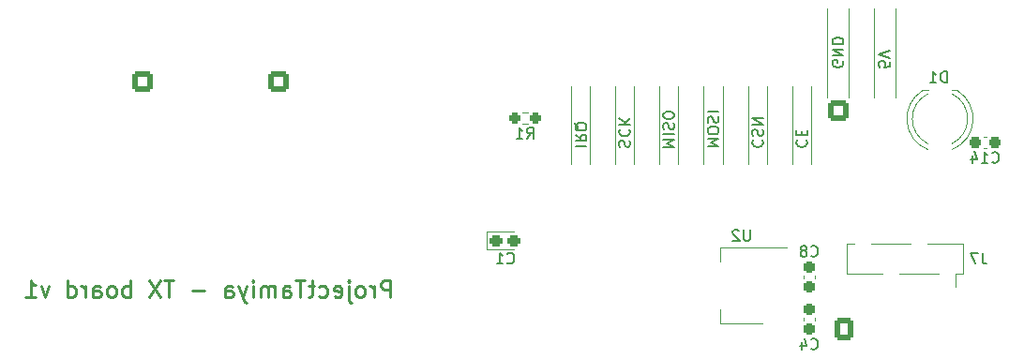
<source format=gbo>
G04 #@! TF.GenerationSoftware,KiCad,Pcbnew,(6.0.2)*
G04 #@! TF.CreationDate,2022-03-28T19:54:07+02:00*
G04 #@! TF.ProjectId,ProjectTamiya_TX,50726f6a-6563-4745-9461-6d6979615f54,rev?*
G04 #@! TF.SameCoordinates,Original*
G04 #@! TF.FileFunction,Legend,Bot*
G04 #@! TF.FilePolarity,Positive*
%FSLAX46Y46*%
G04 Gerber Fmt 4.6, Leading zero omitted, Abs format (unit mm)*
G04 Created by KiCad (PCBNEW (6.0.2)) date 2022-03-28 19:54:07*
%MOMM*%
%LPD*%
G01*
G04 APERTURE LIST*
G04 Aperture macros list*
%AMRoundRect*
0 Rectangle with rounded corners*
0 $1 Rounding radius*
0 $2 $3 $4 $5 $6 $7 $8 $9 X,Y pos of 4 corners*
0 Add a 4 corners polygon primitive as box body*
4,1,4,$2,$3,$4,$5,$6,$7,$8,$9,$2,$3,0*
0 Add four circle primitives for the rounded corners*
1,1,$1+$1,$2,$3*
1,1,$1+$1,$4,$5*
1,1,$1+$1,$6,$7*
1,1,$1+$1,$8,$9*
0 Add four rect primitives between the rounded corners*
20,1,$1+$1,$2,$3,$4,$5,0*
20,1,$1+$1,$4,$5,$6,$7,0*
20,1,$1+$1,$6,$7,$8,$9,0*
20,1,$1+$1,$8,$9,$2,$3,0*%
G04 Aperture macros list end*
%ADD10C,0.250000*%
%ADD11C,0.150000*%
%ADD12C,0.120000*%
%ADD13R,2.000000X1.500000*%
%ADD14R,2.000000X3.800000*%
%ADD15C,5.500000*%
%ADD16R,1.700000X1.700000*%
%ADD17O,1.700000X1.700000*%
%ADD18C,1.400000*%
%ADD19O,1.400000X1.400000*%
%ADD20RoundRect,0.250000X-0.675000X-0.675000X0.675000X-0.675000X0.675000X0.675000X-0.675000X0.675000X0*%
%ADD21C,1.850000*%
%ADD22RoundRect,0.250000X-0.600000X-0.725000X0.600000X-0.725000X0.600000X0.725000X-0.600000X0.725000X0*%
%ADD23O,1.700000X1.950000*%
%ADD24C,1.700000*%
%ADD25C,3.200000*%
%ADD26C,1.600000*%
%ADD27O,1.600000X1.600000*%
%ADD28R,1.600000X1.600000*%
%ADD29RoundRect,0.237500X-0.300000X-0.237500X0.300000X-0.237500X0.300000X0.237500X-0.300000X0.237500X0*%
%ADD30R,1.800000X1.070000*%
%ADD31O,1.800000X1.070000*%
%ADD32RoundRect,0.237500X0.250000X0.237500X-0.250000X0.237500X-0.250000X-0.237500X0.250000X-0.237500X0*%
%ADD33R,1.000000X1.900000*%
%ADD34C,2.000000*%
%ADD35RoundRect,0.237500X0.237500X-0.300000X0.237500X0.300000X-0.237500X0.300000X-0.237500X-0.300000X0*%
%ADD36RoundRect,0.237500X-0.237500X0.300000X-0.237500X-0.300000X0.237500X-0.300000X0.237500X0.300000X0*%
%ADD37RoundRect,0.250000X-0.375000X-0.275000X0.375000X-0.275000X0.375000X0.275000X-0.375000X0.275000X0*%
%ADD38C,2.200000*%
G04 APERTURE END LIST*
D10*
X107487571Y-74719571D02*
X107487571Y-73219571D01*
X106916142Y-73219571D01*
X106773285Y-73291000D01*
X106701857Y-73362428D01*
X106630428Y-73505285D01*
X106630428Y-73719571D01*
X106701857Y-73862428D01*
X106773285Y-73933857D01*
X106916142Y-74005285D01*
X107487571Y-74005285D01*
X105987571Y-74719571D02*
X105987571Y-73719571D01*
X105987571Y-74005285D02*
X105916142Y-73862428D01*
X105844714Y-73791000D01*
X105701857Y-73719571D01*
X105559000Y-73719571D01*
X104844714Y-74719571D02*
X104987571Y-74648142D01*
X105059000Y-74576714D01*
X105130428Y-74433857D01*
X105130428Y-74005285D01*
X105059000Y-73862428D01*
X104987571Y-73791000D01*
X104844714Y-73719571D01*
X104630428Y-73719571D01*
X104487571Y-73791000D01*
X104416142Y-73862428D01*
X104344714Y-74005285D01*
X104344714Y-74433857D01*
X104416142Y-74576714D01*
X104487571Y-74648142D01*
X104630428Y-74719571D01*
X104844714Y-74719571D01*
X103701857Y-73719571D02*
X103701857Y-75005285D01*
X103773285Y-75148142D01*
X103916142Y-75219571D01*
X103987571Y-75219571D01*
X103701857Y-73219571D02*
X103773285Y-73291000D01*
X103701857Y-73362428D01*
X103630428Y-73291000D01*
X103701857Y-73219571D01*
X103701857Y-73362428D01*
X102416142Y-74648142D02*
X102559000Y-74719571D01*
X102844714Y-74719571D01*
X102987571Y-74648142D01*
X103059000Y-74505285D01*
X103059000Y-73933857D01*
X102987571Y-73791000D01*
X102844714Y-73719571D01*
X102559000Y-73719571D01*
X102416142Y-73791000D01*
X102344714Y-73933857D01*
X102344714Y-74076714D01*
X103059000Y-74219571D01*
X101059000Y-74648142D02*
X101201857Y-74719571D01*
X101487571Y-74719571D01*
X101630428Y-74648142D01*
X101701857Y-74576714D01*
X101773285Y-74433857D01*
X101773285Y-74005285D01*
X101701857Y-73862428D01*
X101630428Y-73791000D01*
X101487571Y-73719571D01*
X101201857Y-73719571D01*
X101059000Y-73791000D01*
X100630428Y-73719571D02*
X100059000Y-73719571D01*
X100416142Y-73219571D02*
X100416142Y-74505285D01*
X100344714Y-74648142D01*
X100201857Y-74719571D01*
X100059000Y-74719571D01*
X99773285Y-73219571D02*
X98916142Y-73219571D01*
X99344714Y-74719571D02*
X99344714Y-73219571D01*
X97773285Y-74719571D02*
X97773285Y-73933857D01*
X97844714Y-73791000D01*
X97987571Y-73719571D01*
X98273285Y-73719571D01*
X98416142Y-73791000D01*
X97773285Y-74648142D02*
X97916142Y-74719571D01*
X98273285Y-74719571D01*
X98416142Y-74648142D01*
X98487571Y-74505285D01*
X98487571Y-74362428D01*
X98416142Y-74219571D01*
X98273285Y-74148142D01*
X97916142Y-74148142D01*
X97773285Y-74076714D01*
X97059000Y-74719571D02*
X97059000Y-73719571D01*
X97059000Y-73862428D02*
X96987571Y-73791000D01*
X96844714Y-73719571D01*
X96630428Y-73719571D01*
X96487571Y-73791000D01*
X96416142Y-73933857D01*
X96416142Y-74719571D01*
X96416142Y-73933857D02*
X96344714Y-73791000D01*
X96201857Y-73719571D01*
X95987571Y-73719571D01*
X95844714Y-73791000D01*
X95773285Y-73933857D01*
X95773285Y-74719571D01*
X95059000Y-74719571D02*
X95059000Y-73719571D01*
X95059000Y-73219571D02*
X95130428Y-73291000D01*
X95059000Y-73362428D01*
X94987571Y-73291000D01*
X95059000Y-73219571D01*
X95059000Y-73362428D01*
X94487571Y-73719571D02*
X94130428Y-74719571D01*
X93773285Y-73719571D02*
X94130428Y-74719571D01*
X94273285Y-75076714D01*
X94344714Y-75148142D01*
X94487571Y-75219571D01*
X92559000Y-74719571D02*
X92559000Y-73933857D01*
X92630428Y-73791000D01*
X92773285Y-73719571D01*
X93059000Y-73719571D01*
X93201857Y-73791000D01*
X92559000Y-74648142D02*
X92701857Y-74719571D01*
X93059000Y-74719571D01*
X93201857Y-74648142D01*
X93273285Y-74505285D01*
X93273285Y-74362428D01*
X93201857Y-74219571D01*
X93059000Y-74148142D01*
X92701857Y-74148142D01*
X92559000Y-74076714D01*
X90701857Y-74148142D02*
X89559000Y-74148142D01*
X87916142Y-73219571D02*
X87059000Y-73219571D01*
X87487571Y-74719571D02*
X87487571Y-73219571D01*
X86701857Y-73219571D02*
X85701857Y-74719571D01*
X85701857Y-73219571D02*
X86701857Y-74719571D01*
X83987571Y-74719571D02*
X83987571Y-73219571D01*
X83987571Y-73791000D02*
X83844714Y-73719571D01*
X83559000Y-73719571D01*
X83416142Y-73791000D01*
X83344714Y-73862428D01*
X83273285Y-74005285D01*
X83273285Y-74433857D01*
X83344714Y-74576714D01*
X83416142Y-74648142D01*
X83559000Y-74719571D01*
X83844714Y-74719571D01*
X83987571Y-74648142D01*
X82416142Y-74719571D02*
X82559000Y-74648142D01*
X82630428Y-74576714D01*
X82701857Y-74433857D01*
X82701857Y-74005285D01*
X82630428Y-73862428D01*
X82559000Y-73791000D01*
X82416142Y-73719571D01*
X82201857Y-73719571D01*
X82059000Y-73791000D01*
X81987571Y-73862428D01*
X81916142Y-74005285D01*
X81916142Y-74433857D01*
X81987571Y-74576714D01*
X82059000Y-74648142D01*
X82201857Y-74719571D01*
X82416142Y-74719571D01*
X80630428Y-74719571D02*
X80630428Y-73933857D01*
X80701857Y-73791000D01*
X80844714Y-73719571D01*
X81130428Y-73719571D01*
X81273285Y-73791000D01*
X80630428Y-74648142D02*
X80773285Y-74719571D01*
X81130428Y-74719571D01*
X81273285Y-74648142D01*
X81344714Y-74505285D01*
X81344714Y-74362428D01*
X81273285Y-74219571D01*
X81130428Y-74148142D01*
X80773285Y-74148142D01*
X80630428Y-74076714D01*
X79916142Y-74719571D02*
X79916142Y-73719571D01*
X79916142Y-74005285D02*
X79844714Y-73862428D01*
X79773285Y-73791000D01*
X79630428Y-73719571D01*
X79487571Y-73719571D01*
X78344714Y-74719571D02*
X78344714Y-73219571D01*
X78344714Y-74648142D02*
X78487571Y-74719571D01*
X78773285Y-74719571D01*
X78916142Y-74648142D01*
X78987571Y-74576714D01*
X79059000Y-74433857D01*
X79059000Y-74005285D01*
X78987571Y-73862428D01*
X78916142Y-73791000D01*
X78773285Y-73719571D01*
X78487571Y-73719571D01*
X78344714Y-73791000D01*
X76630428Y-73719571D02*
X76273285Y-74719571D01*
X75916142Y-73719571D01*
X74559000Y-74719571D02*
X75416142Y-74719571D01*
X74987571Y-74719571D02*
X74987571Y-73219571D01*
X75130428Y-73433857D01*
X75273285Y-73576714D01*
X75416142Y-73648142D01*
D11*
X140231857Y-60510176D02*
X140184238Y-60557795D01*
X140136619Y-60700652D01*
X140136619Y-60795890D01*
X140184238Y-60938747D01*
X140279476Y-61033985D01*
X140374714Y-61081604D01*
X140565190Y-61129223D01*
X140708047Y-61129223D01*
X140898523Y-61081604D01*
X140993761Y-61033985D01*
X141089000Y-60938747D01*
X141136619Y-60795890D01*
X141136619Y-60700652D01*
X141089000Y-60557795D01*
X141041380Y-60510176D01*
X140184238Y-60129223D02*
X140136619Y-59986366D01*
X140136619Y-59748271D01*
X140184238Y-59653033D01*
X140231857Y-59605414D01*
X140327095Y-59557795D01*
X140422333Y-59557795D01*
X140517571Y-59605414D01*
X140565190Y-59653033D01*
X140612809Y-59748271D01*
X140660428Y-59938747D01*
X140708047Y-60033985D01*
X140755666Y-60081604D01*
X140850904Y-60129223D01*
X140946142Y-60129223D01*
X141041380Y-60081604D01*
X141089000Y-60033985D01*
X141136619Y-59938747D01*
X141136619Y-59700652D01*
X141089000Y-59557795D01*
X140136619Y-59129223D02*
X141136619Y-59129223D01*
X140136619Y-58557795D01*
X141136619Y-58557795D01*
X124185419Y-61081604D02*
X125185419Y-61081604D01*
X124185419Y-60033985D02*
X124661609Y-60367319D01*
X124185419Y-60605414D02*
X125185419Y-60605414D01*
X125185419Y-60224461D01*
X125137800Y-60129223D01*
X125090180Y-60081604D01*
X124994942Y-60033985D01*
X124852085Y-60033985D01*
X124756847Y-60081604D01*
X124709228Y-60129223D01*
X124661609Y-60224461D01*
X124661609Y-60605414D01*
X124090180Y-58938747D02*
X124137800Y-59033985D01*
X124233038Y-59129223D01*
X124375895Y-59272080D01*
X124423514Y-59367319D01*
X124423514Y-59462557D01*
X124185419Y-59414938D02*
X124233038Y-59510176D01*
X124328276Y-59605414D01*
X124518752Y-59653033D01*
X124852085Y-59653033D01*
X125042561Y-59605414D01*
X125137800Y-59510176D01*
X125185419Y-59414938D01*
X125185419Y-59224461D01*
X125137800Y-59129223D01*
X125042561Y-59033985D01*
X124852085Y-58986366D01*
X124518752Y-58986366D01*
X124328276Y-59033985D01*
X124233038Y-59129223D01*
X124185419Y-59224461D01*
X124185419Y-59414938D01*
X128170038Y-61129223D02*
X128122419Y-60986366D01*
X128122419Y-60748271D01*
X128170038Y-60653033D01*
X128217657Y-60605414D01*
X128312895Y-60557795D01*
X128408133Y-60557795D01*
X128503371Y-60605414D01*
X128550990Y-60653033D01*
X128598609Y-60748271D01*
X128646228Y-60938747D01*
X128693847Y-61033985D01*
X128741466Y-61081604D01*
X128836704Y-61129223D01*
X128931942Y-61129223D01*
X129027180Y-61081604D01*
X129074800Y-61033985D01*
X129122419Y-60938747D01*
X129122419Y-60700652D01*
X129074800Y-60557795D01*
X128217657Y-59557795D02*
X128170038Y-59605414D01*
X128122419Y-59748271D01*
X128122419Y-59843509D01*
X128170038Y-59986366D01*
X128265276Y-60081604D01*
X128360514Y-60129223D01*
X128550990Y-60176842D01*
X128693847Y-60176842D01*
X128884323Y-60129223D01*
X128979561Y-60081604D01*
X129074800Y-59986366D01*
X129122419Y-59843509D01*
X129122419Y-59748271D01*
X129074800Y-59605414D01*
X129027180Y-59557795D01*
X128122419Y-59129223D02*
X129122419Y-59129223D01*
X128122419Y-58557795D02*
X128693847Y-58986366D01*
X129122419Y-58557795D02*
X128550990Y-59129223D01*
X148328000Y-53369595D02*
X148375619Y-53464833D01*
X148375619Y-53607690D01*
X148328000Y-53750547D01*
X148232761Y-53845785D01*
X148137523Y-53893404D01*
X147947047Y-53941023D01*
X147804190Y-53941023D01*
X147613714Y-53893404D01*
X147518476Y-53845785D01*
X147423238Y-53750547D01*
X147375619Y-53607690D01*
X147375619Y-53512452D01*
X147423238Y-53369595D01*
X147470857Y-53321976D01*
X147804190Y-53321976D01*
X147804190Y-53512452D01*
X147375619Y-52893404D02*
X148375619Y-52893404D01*
X147375619Y-52321976D01*
X148375619Y-52321976D01*
X147375619Y-51845785D02*
X148375619Y-51845785D01*
X148375619Y-51607690D01*
X148328000Y-51464833D01*
X148232761Y-51369595D01*
X148137523Y-51321976D01*
X147947047Y-51274357D01*
X147804190Y-51274357D01*
X147613714Y-51321976D01*
X147518476Y-51369595D01*
X147423238Y-51464833D01*
X147375619Y-51607690D01*
X147375619Y-51845785D01*
X152566619Y-53417214D02*
X152566619Y-53893404D01*
X152090428Y-53941023D01*
X152138047Y-53893404D01*
X152185666Y-53798166D01*
X152185666Y-53560071D01*
X152138047Y-53464833D01*
X152090428Y-53417214D01*
X151995190Y-53369595D01*
X151757095Y-53369595D01*
X151661857Y-53417214D01*
X151614238Y-53464833D01*
X151566619Y-53560071D01*
X151566619Y-53798166D01*
X151614238Y-53893404D01*
X151661857Y-53941023D01*
X152566619Y-53083880D02*
X151566619Y-52750547D01*
X152566619Y-52417214D01*
X136123419Y-61081604D02*
X137123419Y-61081604D01*
X136409133Y-60748271D01*
X137123419Y-60414938D01*
X136123419Y-60414938D01*
X137123419Y-59748271D02*
X137123419Y-59557795D01*
X137075800Y-59462557D01*
X136980561Y-59367319D01*
X136790085Y-59319700D01*
X136456752Y-59319700D01*
X136266276Y-59367319D01*
X136171038Y-59462557D01*
X136123419Y-59557795D01*
X136123419Y-59748271D01*
X136171038Y-59843509D01*
X136266276Y-59938747D01*
X136456752Y-59986366D01*
X136790085Y-59986366D01*
X136980561Y-59938747D01*
X137075800Y-59843509D01*
X137123419Y-59748271D01*
X136171038Y-58938747D02*
X136123419Y-58795890D01*
X136123419Y-58557795D01*
X136171038Y-58462557D01*
X136218657Y-58414938D01*
X136313895Y-58367319D01*
X136409133Y-58367319D01*
X136504371Y-58414938D01*
X136551990Y-58462557D01*
X136599609Y-58557795D01*
X136647228Y-58748271D01*
X136694847Y-58843509D01*
X136742466Y-58891128D01*
X136837704Y-58938747D01*
X136932942Y-58938747D01*
X137028180Y-58891128D01*
X137075800Y-58843509D01*
X137123419Y-58748271D01*
X137123419Y-58510176D01*
X137075800Y-58367319D01*
X136123419Y-57938747D02*
X137123419Y-57938747D01*
X144219657Y-60510176D02*
X144172038Y-60557795D01*
X144124419Y-60700652D01*
X144124419Y-60795890D01*
X144172038Y-60938747D01*
X144267276Y-61033985D01*
X144362514Y-61081604D01*
X144552990Y-61129223D01*
X144695847Y-61129223D01*
X144886323Y-61081604D01*
X144981561Y-61033985D01*
X145076800Y-60938747D01*
X145124419Y-60795890D01*
X145124419Y-60700652D01*
X145076800Y-60557795D01*
X145029180Y-60510176D01*
X144648228Y-60081604D02*
X144648228Y-59748271D01*
X144124419Y-59605414D02*
X144124419Y-60081604D01*
X145124419Y-60081604D01*
X145124419Y-59605414D01*
X132110219Y-61132404D02*
X133110219Y-61132404D01*
X132395933Y-60799071D01*
X133110219Y-60465738D01*
X132110219Y-60465738D01*
X132110219Y-59989547D02*
X133110219Y-59989547D01*
X132157838Y-59560976D02*
X132110219Y-59418119D01*
X132110219Y-59180023D01*
X132157838Y-59084785D01*
X132205457Y-59037166D01*
X132300695Y-58989547D01*
X132395933Y-58989547D01*
X132491171Y-59037166D01*
X132538790Y-59084785D01*
X132586409Y-59180023D01*
X132634028Y-59370500D01*
X132681647Y-59465738D01*
X132729266Y-59513357D01*
X132824504Y-59560976D01*
X132919742Y-59560976D01*
X133014980Y-59513357D01*
X133062600Y-59465738D01*
X133110219Y-59370500D01*
X133110219Y-59132404D01*
X133062600Y-58989547D01*
X133110219Y-58370500D02*
X133110219Y-58180023D01*
X133062600Y-58084785D01*
X132967361Y-57989547D01*
X132776885Y-57941928D01*
X132443552Y-57941928D01*
X132253076Y-57989547D01*
X132157838Y-58084785D01*
X132110219Y-58180023D01*
X132110219Y-58370500D01*
X132157838Y-58465738D01*
X132253076Y-58560976D01*
X132443552Y-58608595D01*
X132776885Y-58608595D01*
X132967361Y-58560976D01*
X133062600Y-58465738D01*
X133110219Y-58370500D01*
X139953904Y-68612380D02*
X139953904Y-69421904D01*
X139906285Y-69517142D01*
X139858666Y-69564761D01*
X139763428Y-69612380D01*
X139572952Y-69612380D01*
X139477714Y-69564761D01*
X139430095Y-69517142D01*
X139382476Y-69421904D01*
X139382476Y-68612380D01*
X138953904Y-68707619D02*
X138906285Y-68660000D01*
X138811047Y-68612380D01*
X138572952Y-68612380D01*
X138477714Y-68660000D01*
X138430095Y-68707619D01*
X138382476Y-68802857D01*
X138382476Y-68898095D01*
X138430095Y-69040952D01*
X139001523Y-69612380D01*
X138382476Y-69612380D01*
X161805857Y-62493142D02*
X161853476Y-62540761D01*
X161996333Y-62588380D01*
X162091571Y-62588380D01*
X162234428Y-62540761D01*
X162329666Y-62445523D01*
X162377285Y-62350285D01*
X162424904Y-62159809D01*
X162424904Y-62016952D01*
X162377285Y-61826476D01*
X162329666Y-61731238D01*
X162234428Y-61636000D01*
X162091571Y-61588380D01*
X161996333Y-61588380D01*
X161853476Y-61636000D01*
X161805857Y-61683619D01*
X160853476Y-62588380D02*
X161424904Y-62588380D01*
X161139190Y-62588380D02*
X161139190Y-61588380D01*
X161234428Y-61731238D01*
X161329666Y-61826476D01*
X161424904Y-61874095D01*
X159996333Y-61921714D02*
X159996333Y-62588380D01*
X160234428Y-61540761D02*
X160472523Y-62255047D01*
X159853476Y-62255047D01*
X157710095Y-55316380D02*
X157710095Y-54316380D01*
X157472000Y-54316380D01*
X157329142Y-54364000D01*
X157233904Y-54459238D01*
X157186285Y-54554476D01*
X157138666Y-54744952D01*
X157138666Y-54887809D01*
X157186285Y-55078285D01*
X157233904Y-55173523D01*
X157329142Y-55268761D01*
X157472000Y-55316380D01*
X157710095Y-55316380D01*
X156186285Y-55316380D02*
X156757714Y-55316380D01*
X156472000Y-55316380D02*
X156472000Y-54316380D01*
X156567238Y-54459238D01*
X156662476Y-54554476D01*
X156757714Y-54602095D01*
X119800666Y-60396380D02*
X120134000Y-59920190D01*
X120372095Y-60396380D02*
X120372095Y-59396380D01*
X119991142Y-59396380D01*
X119895904Y-59444000D01*
X119848285Y-59491619D01*
X119800666Y-59586857D01*
X119800666Y-59729714D01*
X119848285Y-59824952D01*
X119895904Y-59872571D01*
X119991142Y-59920190D01*
X120372095Y-59920190D01*
X118848285Y-60396380D02*
X119419714Y-60396380D01*
X119134000Y-60396380D02*
X119134000Y-59396380D01*
X119229238Y-59539238D01*
X119324476Y-59634476D01*
X119419714Y-59682095D01*
X160937333Y-70699380D02*
X160937333Y-71413666D01*
X160984952Y-71556523D01*
X161080190Y-71651761D01*
X161223047Y-71699380D01*
X161318285Y-71699380D01*
X160556380Y-70699380D02*
X159889714Y-70699380D01*
X160318285Y-71699380D01*
X145454666Y-70969142D02*
X145502285Y-71016761D01*
X145645142Y-71064380D01*
X145740380Y-71064380D01*
X145883238Y-71016761D01*
X145978476Y-70921523D01*
X146026095Y-70826285D01*
X146073714Y-70635809D01*
X146073714Y-70492952D01*
X146026095Y-70302476D01*
X145978476Y-70207238D01*
X145883238Y-70112000D01*
X145740380Y-70064380D01*
X145645142Y-70064380D01*
X145502285Y-70112000D01*
X145454666Y-70159619D01*
X144883238Y-70492952D02*
X144978476Y-70445333D01*
X145026095Y-70397714D01*
X145073714Y-70302476D01*
X145073714Y-70254857D01*
X145026095Y-70159619D01*
X144978476Y-70112000D01*
X144883238Y-70064380D01*
X144692761Y-70064380D01*
X144597523Y-70112000D01*
X144549904Y-70159619D01*
X144502285Y-70254857D01*
X144502285Y-70302476D01*
X144549904Y-70397714D01*
X144597523Y-70445333D01*
X144692761Y-70492952D01*
X144883238Y-70492952D01*
X144978476Y-70540571D01*
X145026095Y-70588190D01*
X145073714Y-70683428D01*
X145073714Y-70873904D01*
X145026095Y-70969142D01*
X144978476Y-71016761D01*
X144883238Y-71064380D01*
X144692761Y-71064380D01*
X144597523Y-71016761D01*
X144549904Y-70969142D01*
X144502285Y-70873904D01*
X144502285Y-70683428D01*
X144549904Y-70588190D01*
X144597523Y-70540571D01*
X144692761Y-70492952D01*
X145454666Y-79351142D02*
X145502285Y-79398761D01*
X145645142Y-79446380D01*
X145740380Y-79446380D01*
X145883238Y-79398761D01*
X145978476Y-79303523D01*
X146026095Y-79208285D01*
X146073714Y-79017809D01*
X146073714Y-78874952D01*
X146026095Y-78684476D01*
X145978476Y-78589238D01*
X145883238Y-78494000D01*
X145740380Y-78446380D01*
X145645142Y-78446380D01*
X145502285Y-78494000D01*
X145454666Y-78541619D01*
X144597523Y-78779714D02*
X144597523Y-79446380D01*
X144835619Y-78398761D02*
X145073714Y-79113047D01*
X144454666Y-79113047D01*
X118022666Y-71604142D02*
X118070285Y-71651761D01*
X118213142Y-71699380D01*
X118308380Y-71699380D01*
X118451238Y-71651761D01*
X118546476Y-71556523D01*
X118594095Y-71461285D01*
X118641714Y-71270809D01*
X118641714Y-71127952D01*
X118594095Y-70937476D01*
X118546476Y-70842238D01*
X118451238Y-70747000D01*
X118308380Y-70699380D01*
X118213142Y-70699380D01*
X118070285Y-70747000D01*
X118022666Y-70794619D01*
X117070285Y-71699380D02*
X117641714Y-71699380D01*
X117356000Y-71699380D02*
X117356000Y-70699380D01*
X117451238Y-70842238D01*
X117546476Y-70937476D01*
X117641714Y-70985095D01*
D12*
X141042000Y-77070000D02*
X137282000Y-77070000D01*
X137282000Y-70250000D02*
X137282000Y-71510000D01*
X137282000Y-77070000D02*
X137282000Y-75810000D01*
X143292000Y-70250000D02*
X137282000Y-70250000D01*
X161016733Y-60196000D02*
X161309267Y-60196000D01*
X161016733Y-61216000D02*
X161309267Y-61216000D01*
X158180000Y-56035000D02*
X158645000Y-56035000D01*
X155555000Y-56035000D02*
X156020000Y-56035000D01*
X156020000Y-56340316D02*
G75*
G03*
X156019571Y-60849479I1080000J-2254684D01*
G01*
X158180429Y-60849479D02*
G75*
G03*
X158180000Y-56340316I-1080429J2254479D01*
G01*
X158180827Y-61382815D02*
G75*
G03*
X158644830Y-56035000I-1080828J2787815D01*
G01*
X155555170Y-56035000D02*
G75*
G03*
X156019173Y-61382815I1544829J-2560000D01*
G01*
X119888724Y-58024500D02*
X119379276Y-58024500D01*
X119888724Y-59069500D02*
X119379276Y-59069500D01*
X159164000Y-72577000D02*
X158494000Y-72577000D01*
X149354000Y-69917000D02*
X148684000Y-69917000D01*
X151894000Y-72577000D02*
X148684000Y-72577000D01*
X159164000Y-72577000D02*
X159164000Y-69917000D01*
X158494000Y-73787000D02*
X158494000Y-72577000D01*
X159164000Y-69917000D02*
X155954000Y-69917000D01*
X156974000Y-72577000D02*
X153414000Y-72577000D01*
X148684000Y-72577000D02*
X148684000Y-69917000D01*
X154434000Y-69917000D02*
X150874000Y-69917000D01*
X137480000Y-62647000D02*
X137480000Y-55617000D01*
X127760000Y-62647000D02*
X127760000Y-55617000D01*
X135760000Y-62647000D02*
X135760000Y-55617000D01*
X141480000Y-62647000D02*
X141480000Y-55617000D01*
X133480000Y-62647000D02*
X133480000Y-55617000D01*
X123760000Y-62647000D02*
X123760000Y-55617000D01*
X129480000Y-62647000D02*
X129480000Y-55617000D01*
X131760000Y-62647000D02*
X131760000Y-55617000D01*
X139760000Y-62647000D02*
X139760000Y-55617000D01*
X143760000Y-62647000D02*
X143760000Y-55617000D01*
X125480000Y-62647000D02*
X125480000Y-55617000D01*
X145480000Y-62647000D02*
X145480000Y-55617000D01*
X144778000Y-73044267D02*
X144778000Y-72751733D01*
X145798000Y-73044267D02*
X145798000Y-72751733D01*
X144778000Y-76561733D02*
X144778000Y-76854267D01*
X145798000Y-76561733D02*
X145798000Y-76854267D01*
X116171000Y-68811000D02*
X118656000Y-68811000D01*
X118656000Y-70381000D02*
X116171000Y-70381000D01*
X116171000Y-70381000D02*
X116171000Y-68811000D01*
X153047000Y-56710000D02*
X153047000Y-48655000D01*
X146927000Y-56710000D02*
X146927000Y-48655000D01*
X151127000Y-56710000D02*
X151127000Y-48655000D01*
X148847000Y-56710000D02*
X148847000Y-48655000D01*
%LPC*%
D13*
X142342000Y-71360000D03*
D14*
X136042000Y-73660000D03*
D13*
X142342000Y-73660000D03*
X142342000Y-75960000D03*
D15*
X159250000Y-48250000D03*
D16*
X62427000Y-66304000D03*
D17*
X62427000Y-68844000D03*
X62427000Y-71384000D03*
X62427000Y-73924000D03*
D16*
X123830000Y-80772000D03*
D17*
X126370000Y-80772000D03*
X128910000Y-80772000D03*
X131450000Y-80772000D03*
X133990000Y-80772000D03*
D18*
X158496000Y-65024000D03*
D19*
X155956000Y-65024000D03*
D18*
X158496000Y-67183000D03*
D19*
X155956000Y-67183000D03*
D20*
X97400000Y-55245000D03*
D21*
X101600000Y-55245000D03*
X105800000Y-55245000D03*
D22*
X148416000Y-77576000D03*
D23*
X150916000Y-77576000D03*
X153416000Y-77576000D03*
D24*
X120546500Y-55626000D03*
D17*
X118006500Y-55626000D03*
D25*
X139400000Y-80500000D03*
D20*
X85072000Y-55245000D03*
D21*
X89272000Y-55245000D03*
X93472000Y-55245000D03*
D18*
X158496000Y-62865000D03*
D19*
X155956000Y-62865000D03*
D26*
X124502500Y-71115000D03*
D27*
X124502500Y-73655000D03*
D28*
X132122500Y-73655000D03*
X132122500Y-71115000D03*
D16*
X62427000Y-55128000D03*
D17*
X62427000Y-57668000D03*
X62427000Y-60208000D03*
X62427000Y-62748000D03*
D16*
X161798000Y-73167000D03*
D17*
X161798000Y-75707000D03*
X161798000Y-78247000D03*
D29*
X160300500Y-60706000D03*
X162025500Y-60706000D03*
D30*
X157100000Y-56690000D03*
D31*
X157100000Y-57960000D03*
X157100000Y-59230000D03*
X157100000Y-60500000D03*
D32*
X120546500Y-58547000D03*
X118721500Y-58547000D03*
D33*
X157734000Y-72897000D03*
X155194000Y-69597000D03*
X152654000Y-72897000D03*
X150114000Y-69597000D03*
D34*
X132620000Y-54757000D03*
X144620000Y-54757000D03*
X124620000Y-54757000D03*
X136620000Y-54757000D03*
X140620000Y-54757000D03*
X128620000Y-54757000D03*
D24*
X124620000Y-63757000D03*
X128620000Y-63757000D03*
X132620000Y-63757000D03*
X136620000Y-63757000D03*
X140620000Y-63757000D03*
X144620000Y-63757000D03*
D35*
X145288000Y-73760500D03*
X145288000Y-72035500D03*
D36*
X145288000Y-75845500D03*
X145288000Y-77570500D03*
D37*
X117056000Y-69596000D03*
X118656000Y-69596000D03*
D38*
X152087000Y-47695000D03*
X147887000Y-47695000D03*
D20*
X147887000Y-57895000D03*
D21*
X152087000Y-57895000D03*
M02*

</source>
